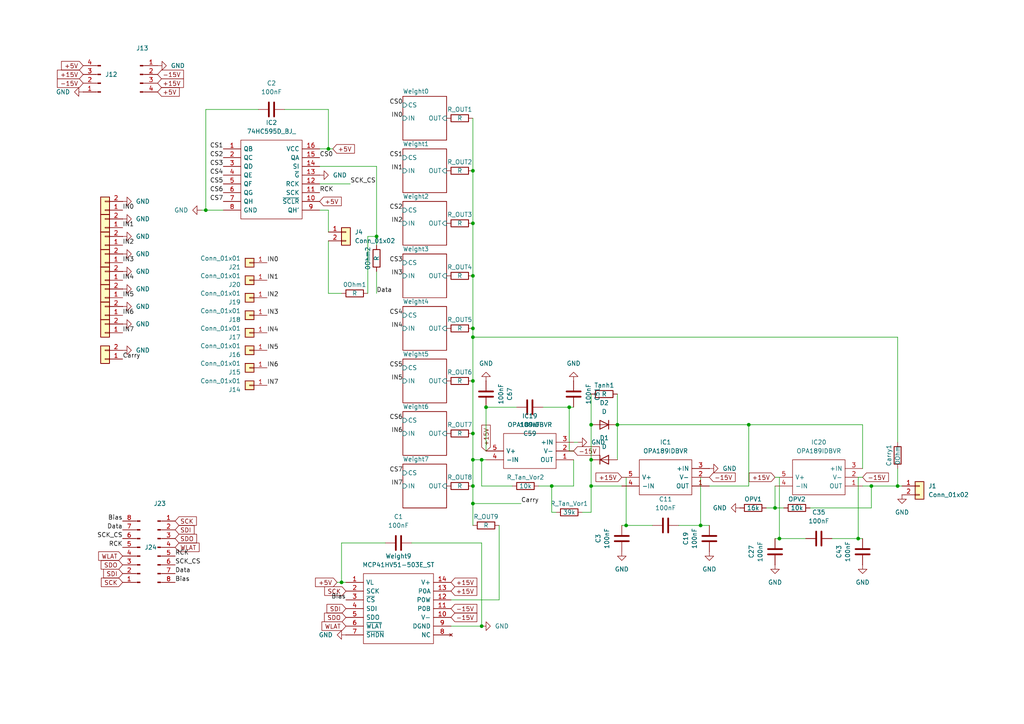
<source format=kicad_sch>
(kicad_sch (version 20231120) (generator "eeschema") (generator_version "8.0")
  (paper "A4")
  (lib_symbols
    (symbol "Connector:Conn_01x04_Pin" (pin_names (offset 1.016) hide)
      (property "Reference" "J" (at 0 5.08 0))
      (property "Value" "Conn_01x04_Pin" (at 0 -7.62 0))
      (symbol "Conn_01x04_Pin_1_1"
        (polyline (pts (xy 1.27 -5.08) (xy 0.8636 -5.08)) (stroke (width 0.1524)))
        (polyline (pts (xy 1.27 -2.54) (xy 0.8636 -2.54)) (stroke (width 0.1524)))
        (polyline (pts (xy 1.27 0) (xy 0.8636 0)) (stroke (width 0.1524)))
        (polyline (pts (xy 1.27 2.54) (xy 0.8636 2.54)) (stroke (width 0.1524)))
        (rectangle (start 0.8636 -4.953) (end 0 -5.207) (stroke (width 0.1524)) (fill (type outline)))
        (rectangle (start 0.8636 -2.413) (end 0 -2.667) (stroke (width 0.1524)) (fill (type outline)))
        (rectangle (start 0.8636 0.127) (end 0 -0.127) (stroke (width 0.1524)) (fill (type outline)))
        (rectangle (start 0.8636 2.667) (end 0 2.413) (stroke (width 0.1524)) (fill (type outline)))
        (pin passive line (at 5.08 2.54 180) (length 3.81) (name "Pin_1") (number "1"))
        (pin passive line (at 5.08 0 180) (length 3.81) (name "Pin_2") (number "2"))
        (pin passive line (at 5.08 -2.54 180) (length 3.81) (name "Pin_3") (number "3"))
        (pin passive line (at 5.08 -5.08 180) (length 3.81) (name "Pin_4") (number "4"))
      )
    )
    (symbol "Connector:Conn_01x08_Pin" (pin_names (offset 1.016) hide)
      (property "Reference" "J" (at 0 10.16 0))
      (property "Value" "Conn_01x08_Pin" (at 0 -12.7 0))
      (symbol "Conn_01x08_Pin_1_1"
        (polyline (pts (xy 1.27 -10.16) (xy 0.8636 -10.16)) (stroke (width 0.1524)))
        (polyline (pts (xy 1.27 -7.62) (xy 0.8636 -7.62)) (stroke (width 0.1524)))
        (polyline (pts (xy 1.27 -5.08) (xy 0.8636 -5.08)) (stroke (width 0.1524)))
        (polyline (pts (xy 1.27 -2.54) (xy 0.8636 -2.54)) (stroke (width 0.1524)))
        (polyline (pts (xy 1.27 0) (xy 0.8636 0)) (stroke (width 0.1524)))
        (polyline (pts (xy 1.27 2.54) (xy 0.8636 2.54)) (stroke (width 0.1524)))
        (polyline (pts (xy 1.27 5.08) (xy 0.8636 5.08)) (stroke (width 0.1524)))
        (polyline (pts (xy 1.27 7.62) (xy 0.8636 7.62)) (stroke (width 0.1524)))
        (rectangle (start 0.8636 -10.033) (end 0 -10.287) (stroke (width 0.1524)) (fill (type outline)))
        (rectangle (start 0.8636 -7.493) (end 0 -7.747) (stroke (width 0.1524)) (fill (type outline)))
        (rectangle (start 0.8636 -4.953) (end 0 -5.207) (stroke (width 0.1524)) (fill (type outline)))
        (rectangle (start 0.8636 -2.413) (end 0 -2.667) (stroke (width 0.1524)) (fill (type outline)))
        (rectangle (start 0.8636 0.127) (end 0 -0.127) (stroke (width 0.1524)) (fill (type outline)))
        (rectangle (start 0.8636 2.667) (end 0 2.413) (stroke (width 0.1524)) (fill (type outline)))
        (rectangle (start 0.8636 5.207) (end 0 4.953) (stroke (width 0.1524)) (fill (type outline)))
        (rectangle (start 0.8636 7.747) (end 0 7.493) (stroke (width 0.1524)) (fill (type outline)))
        (pin passive line (at 5.08 7.62 180) (length 3.81) (name "Pin_1") (number "1"))
        (pin passive line (at 5.08 5.08 180) (length 3.81) (name "Pin_2") (number "2"))
        (pin passive line (at 5.08 2.54 180) (length 3.81) (name "Pin_3") (number "3"))
        (pin passive line (at 5.08 0 180) (length 3.81) (name "Pin_4") (number "4"))
        (pin passive line (at 5.08 -2.54 180) (length 3.81) (name "Pin_5") (number "5"))
        (pin passive line (at 5.08 -5.08 180) (length 3.81) (name "Pin_6") (number "6"))
        (pin passive line (at 5.08 -7.62 180) (length 3.81) (name "Pin_7") (number "7"))
        (pin passive line (at 5.08 -10.16 180) (length 3.81) (name "Pin_8") (number "8"))
      )
    )
    (symbol "Connector_Generic:Conn_01x01" (pin_names (offset 1.016) hide)
      (property "Reference" "J" (at 0 2.54 0))
      (property "Value" "Conn_01x01" (at 0 -2.54 0))
      (symbol "Conn_01x01_1_1"
        (rectangle (start -1.27 0.127) (end 0 -0.127) (stroke (width 0.1524)))
        (rectangle (start -1.27 1.27) (end 1.27 -1.27) (stroke (width 0.254)) (fill (type background)))
        (pin passive line (at -5.08 0 0) (length 3.81) (name "Pin_1") (number "1"))
      )
    )
    (symbol "Connector_Generic:Conn_01x02" (pin_names (offset 1.016) hide)
      (property "Reference" "J" (at 0 2.54 0))
      (property "Value" "Conn_01x02" (at 0 -5.08 0))
      (symbol "Conn_01x02_1_1"
        (rectangle (start -1.27 -2.413) (end 0 -2.667) (stroke (width 0.1524)))
        (rectangle (start -1.27 0.127) (end 0 -0.127) (stroke (width 0.1524)))
        (rectangle (start -1.27 1.27) (end 1.27 -3.81) (stroke (width 0.254)) (fill (type background)))
        (pin passive line (at -5.08 0 0) (length 3.81) (name "Pin_1") (number "1"))
        (pin passive line (at -5.08 -2.54 0) (length 3.81) (name "Pin_2") (number "2"))
      )
    )
    (symbol "Device:C" (pin_numbers hide) (pin_names (offset 0.254))
      (property "Reference" "C" (at 0.635 2.54 0))
      (property "Value" "C" (at 0.635 -2.54 0))
      (symbol "C_0_1"
        (polyline (pts (xy -2.032 -0.762) (xy 2.032 -0.762)) (stroke (width 0.508)))
        (polyline (pts (xy -2.032 0.762) (xy 2.032 0.762)) (stroke (width 0.508)))
      )
      (symbol "C_1_1"
        (pin passive line (at 0 3.81 270) (length 2.794) (name "~") (number "1"))
        (pin passive line (at 0 -3.81 90) (length 2.794) (name "~") (number "2"))
      )
    )
    (symbol "Device:D" (pin_numbers hide) (pin_names (offset 1.016) hide)
      (property "Reference" "D" (at 0 2.54 0))
      (property "Value" "D" (at 0 -2.54 0))
      (symbol "D_0_1"
        (polyline (pts (xy -1.27 1.27) (xy -1.27 -1.27)) (stroke (width 0.254)))
        (polyline (pts (xy 1.27 0) (xy -1.27 0)))
        (polyline (pts (xy 1.27 1.27) (xy 1.27 -1.27) (xy -1.27 0) (xy 1.27 1.27)) (stroke (width 0.254)))
      )
      (symbol "D_1_1"
        (pin passive line (at -3.81 0 0) (length 2.54) (name "K") (number "1"))
        (pin passive line (at 3.81 0 180) (length 2.54) (name "A") (number "2"))
      )
    )
    (symbol "Device:R" (pin_numbers hide) (pin_names (offset 0))
      (property "Reference" "R" (at 2.032 0 90))
      (property "Value" "R" (at 0 0 90))
      (symbol "R_0_1"
        (rectangle (start -1.016 -2.54) (end 1.016 2.54) (stroke (width 0.254)))
      )
      (symbol "R_1_1"
        (pin passive line (at 0 3.81 270) (length 1.27) (name "~") (number "1"))
        (pin passive line (at 0 -3.81 90) (length 1.27) (name "~") (number "2"))
      )
    )
    (symbol "SamacSys_Parts:74HC595D_BJ_" (pin_names (offset 0.762))
      (property "Reference" "IC" (at 24.13 7.62 0))
      (property "Value" "74HC595D_BJ_" (at 24.13 5.08 0))
      (symbol "74HC595D_BJ__0_0"
        (pin passive line (at 0 0 0) (length 5.08) (name "QB") (number "1"))
        (pin passive line (at 27.94 -15.24 180) (length 5.08) (name "~{SCLR}") (number "10"))
        (pin passive line (at 27.94 -12.7 180) (length 5.08) (name "SCK") (number "11"))
        (pin passive line (at 27.94 -10.16 180) (length 5.08) (name "RCK") (number "12"))
        (pin passive line (at 27.94 -7.62 180) (length 5.08) (name "~{G}") (number "13"))
        (pin passive line (at 27.94 -5.08 180) (length 5.08) (name "SI") (number "14"))
        (pin passive line (at 27.94 -2.54 180) (length 5.08) (name "QA") (number "15"))
        (pin passive line (at 27.94 0 180) (length 5.08) (name "VCC") (number "16"))
        (pin passive line (at 0 -2.54 0) (length 5.08) (name "QC") (number "2"))
        (pin passive line (at 0 -5.08 0) (length 5.08) (name "QD") (number "3"))
        (pin passive line (at 0 -7.62 0) (length 5.08) (name "QE") (number "4"))
        (pin passive line (at 0 -10.16 0) (length 5.08) (name "QF") (number "5"))
        (pin passive line (at 0 -12.7 0) (length 5.08) (name "QG") (number "6"))
        (pin passive line (at 0 -15.24 0) (length 5.08) (name "QH") (number "7"))
        (pin passive line (at 0 -17.78 0) (length 5.08) (name "GND") (number "8"))
        (pin passive line (at 27.94 -17.78 180) (length 5.08) (name "QH'") (number "9"))
      )
      (symbol "74HC595D_BJ__0_1"
        (polyline (pts (xy 5.08 2.54) (xy 22.86 2.54) (xy 22.86 -20.32) (xy 5.08 -20.32) (xy 5.08 2.54)) (stroke (width 0.1524)))
      )
    )
    (symbol "SamacSys_Parts:MCP41HV51-503E_ST" (pin_names (offset 0.762))
      (property "Reference" "IC" (at 26.67 7.62 0))
      (property "Value" "MCP41HV51-503E_ST" (at 26.67 5.08 0))
      (symbol "MCP41HV51-503E_ST_0_0"
        (pin passive line (at 0 0 0) (length 5.08) (name "VL") (number "1"))
        (pin passive line (at 30.48 -10.16 180) (length 5.08) (name "V-") (number "10"))
        (pin passive line (at 30.48 -7.62 180) (length 5.08) (name "P0B") (number "11"))
        (pin passive line (at 30.48 -5.08 180) (length 5.08) (name "P0W") (number "12"))
        (pin passive line (at 30.48 -2.54 180) (length 5.08) (name "P0A") (number "13"))
        (pin passive line (at 30.48 0 180) (length 5.08) (name "V+") (number "14"))
        (pin passive line (at 0 -2.54 0) (length 5.08) (name "SCK") (number "2"))
        (pin passive line (at 0 -5.08 0) (length 5.08) (name "~{CS}") (number "3"))
        (pin passive line (at 0 -7.62 0) (length 5.08) (name "SDI") (number "4"))
        (pin passive line (at 0 -10.16 0) (length 5.08) (name "SDO") (number "5"))
        (pin passive line (at 0 -12.7 0) (length 5.08) (name "~{WLAT}") (number "6"))
        (pin passive line (at 0 -15.24 0) (length 5.08) (name "~{SHDN}") (number "7"))
        (pin no_connect line (at 30.48 -15.24 180) (length 5.08) (name "NC") (number "8"))
        (pin passive line (at 30.48 -12.7 180) (length 5.08) (name "DGND") (number "9"))
      )
      (symbol "MCP41HV51-503E_ST_0_1"
        (polyline (pts (xy 5.08 2.54) (xy 25.4 2.54) (xy 25.4 -17.78) (xy 5.08 -17.78) (xy 5.08 2.54)) (stroke (width 0.1524)))
      )
    )
    (symbol "SamacSys_Parts:OPA189IDBVR" (pin_names (offset 0.762))
      (property "Reference" "IC" (at 21.59 7.62 0))
      (property "Value" "OPA189IDBVR" (at 21.59 5.08 0))
      (symbol "OPA189IDBVR_0_0"
        (pin passive line (at 0 0 0) (length 5.08) (name "OUT") (number "1"))
        (pin passive line (at 0 -2.54 0) (length 5.08) (name "V-") (number "2"))
        (pin passive line (at 0 -5.08 0) (length 5.08) (name "+IN") (number "3"))
        (pin passive line (at 25.4 0 180) (length 5.08) (name "-IN") (number "4"))
        (pin passive line (at 25.4 -2.54 180) (length 5.08) (name "V+") (number "5"))
      )
      (symbol "OPA189IDBVR_0_1"
        (polyline (pts (xy 5.08 2.54) (xy 20.32 2.54) (xy 20.32 -7.62) (xy 5.08 -7.62) (xy 5.08 2.54)) (stroke (width 0.1524)))
      )
    )
    (symbol "power:GND" (power) (pin_numbers hide) (pin_names (offset 0) hide)
      (property "Value" "GND" (at 0 -3.81 0))
      (symbol "GND_0_1"
        (polyline (pts (xy 0 0) (xy 0 -1.27) (xy 1.27 -1.27) (xy 0 -2.54) (xy -1.27 -1.27) (xy 0 -1.27)))
      )
      (symbol "GND_1_1"
        (pin power_in line (at 0 0 270) (length 0) (name "~") (number "1"))
      )
    )
  )
  (junction (at 137.16 125.73))
  (junction (at 137.16 49.53))
  (junction (at 179.07 123.19))
  (junction (at 160.02 140.97))
  (junction (at 137.16 146.05))
  (junction (at 252.73 140.97))
  (junction (at 203.2 152.4))
  (junction (at 137.16 110.49))
  (junction (at 248.92 156.21))
  (junction (at 139.7 181.61))
  (junction (at 140.97 118.11))
  (junction (at 137.16 64.77))
  (junction (at 224.79 147.32))
  (junction (at 137.16 97.79))
  (junction (at 137.16 140.97))
  (junction (at 109.22 68.58))
  (junction (at 137.16 95.25))
  (junction (at 181.61 152.4))
  (junction (at 171.45 140.97))
  (junction (at 139.7 133.35))
  (junction (at 137.16 80.01))
  (junction (at 217.17 123.19))
  (junction (at 59.69 60.96))
  (junction (at 137.16 133.35))
  (junction (at 226.06 156.21))
  (junction (at 171.45 123.19))
  (junction (at 260.35 140.97))
  (junction (at 165.1 118.11))
  (junction (at 99.06 168.91))
  (junction (at 95.25 43.18))
  (junction (at 171.45 133.35))
  (wire (pts (xy 226.06 156.21) (xy 224.79 156.21)))
  (wire (pts (xy 171.45 133.35) (xy 171.45 123.19)))
  (wire (pts (xy 250.19 135.89) (xy 250.19 123.19)))
  (wire (pts (xy 165.1 118.11) (xy 166.37 118.11)))
  (wire (pts (xy 241.3 156.21) (xy 248.92 156.21)))
  (wire (pts (xy 160.02 140.97) (xy 166.37 140.97)))
  (wire (pts (xy 82.55 31.75) (xy 95.25 31.75)))
  (wire (pts (xy 109.22 78.74) (xy 109.22 85.09)))
  (wire (pts (xy 96.52 43.18) (xy 95.25 43.18)))
  (wire (pts (xy 137.16 34.29) (xy 137.16 49.53)))
  (wire (pts (xy 234.95 147.32) (xy 252.73 147.32)))
  (wire (pts (xy 144.78 173.99) (xy 144.78 152.4)))
  (wire (pts (xy 137.16 97.79) (xy 137.16 110.49)))
  (wire (pts (xy 260.35 128.27) (xy 260.35 97.79)))
  (wire (pts (xy 109.22 71.12) (xy 109.22 68.58)))
  (wire (pts (xy 139.7 133.35) (xy 140.97 133.35)))
  (wire (pts (xy 137.16 80.01) (xy 137.16 95.25)))
  (wire (pts (xy 252.73 140.97) (xy 260.35 140.97)))
  (wire (pts (xy 139.7 157.48) (xy 119.38 157.48)))
  (wire (pts (xy 137.16 146.05) (xy 137.16 152.4)))
  (wire (pts (xy 95.25 60.96) (xy 95.25 67.31)))
  (wire (pts (xy 196.85 152.4) (xy 203.2 152.4)))
  (wire (pts (xy 111.76 157.48) (xy 99.06 157.48)))
  (wire (pts (xy 95.25 31.75) (xy 95.25 43.18)))
  (wire (pts (xy 222.25 147.32) (xy 224.79 147.32)))
  (wire (pts (xy 137.16 125.73) (xy 137.16 133.35)))
  (wire (pts (xy 166.37 133.35) (xy 166.37 140.97)))
  (wire (pts (xy 137.16 133.35) (xy 139.7 133.35)))
  (wire (pts (xy 74.93 31.75) (xy 59.69 31.75)))
  (wire (pts (xy 137.16 140.97) (xy 137.16 146.05)))
  (wire (pts (xy 106.68 85.09) (xy 106.68 68.58)))
  (wire (pts (xy 217.17 140.97) (xy 205.74 140.97)))
  (wire (pts (xy 99.06 85.09) (xy 95.25 85.09)))
  (wire (pts (xy 137.16 97.79) (xy 260.35 97.79)))
  (wire (pts (xy 160.02 148.59) (xy 161.29 148.59)))
  (wire (pts (xy 250.19 140.97) (xy 252.73 140.97)))
  (wire (pts (xy 250.19 123.19) (xy 217.17 123.19)))
  (wire (pts (xy 224.79 138.43) (xy 226.06 138.43)))
  (wire (pts (xy 149.86 118.11) (xy 140.97 118.11)))
  (wire (pts (xy 95.25 43.18) (xy 92.71 43.18)))
  (wire (pts (xy 59.69 31.75) (xy 59.69 60.96)))
  (wire (pts (xy 109.22 68.58) (xy 109.22 48.26)))
  (wire (pts (xy 139.7 140.97) (xy 139.7 133.35)))
  (wire (pts (xy 203.2 152.4) (xy 205.74 152.4)))
  (wire (pts (xy 180.34 138.43) (xy 181.61 138.43)))
  (wire (pts (xy 156.21 140.97) (xy 160.02 140.97)))
  (wire (pts (xy 171.45 140.97) (xy 171.45 133.35)))
  (wire (pts (xy 92.71 60.96) (xy 95.25 60.96)))
  (wire (pts (xy 260.35 135.89) (xy 260.35 140.97)))
  (wire (pts (xy 179.07 123.19) (xy 179.07 133.35)))
  (wire (pts (xy 260.35 140.97) (xy 261.62 140.97)))
  (wire (pts (xy 248.92 156.21) (xy 250.19 156.21)))
  (wire (pts (xy 224.79 147.32) (xy 227.33 147.32)))
  (wire (pts (xy 95.25 85.09) (xy 95.25 69.85)))
  (wire (pts (xy 179.07 123.19) (xy 217.17 123.19)))
  (wire (pts (xy 99.06 168.91) (xy 100.33 168.91)))
  (wire (pts (xy 106.68 68.58) (xy 109.22 68.58)))
  (wire (pts (xy 99.06 157.48) (xy 99.06 168.91)))
  (wire (pts (xy 248.92 138.43) (xy 248.92 156.21)))
  (wire (pts (xy 179.07 114.3) (xy 179.07 123.19)))
  (wire (pts (xy 157.48 118.11) (xy 165.1 118.11)))
  (wire (pts (xy 181.61 152.4) (xy 189.23 152.4)))
  (wire (pts (xy 203.2 138.43) (xy 205.74 138.43)))
  (wire (pts (xy 180.34 152.4) (xy 181.61 152.4)))
  (wire (pts (xy 171.45 140.97) (xy 180.34 140.97)))
  (wire (pts (xy 252.73 147.32) (xy 252.73 140.97)))
  (wire (pts (xy 165.1 118.11) (xy 165.1 130.81)))
  (wire (pts (xy 59.69 60.96) (xy 64.77 60.96)))
  (wire (pts (xy 130.81 181.61) (xy 139.7 181.61)))
  (wire (pts (xy 217.17 123.19) (xy 217.17 140.97)))
  (wire (pts (xy 171.45 123.19) (xy 171.45 114.3)))
  (wire (pts (xy 92.71 53.34) (xy 101.6 53.34)))
  (wire (pts (xy 97.79 168.91) (xy 99.06 168.91)))
  (wire (pts (xy 109.22 48.26) (xy 92.71 48.26)))
  (wire (pts (xy 203.2 152.4) (xy 203.2 138.43)))
  (wire (pts (xy 139.7 181.61) (xy 139.7 157.48)))
  (wire (pts (xy 167.64 128.27) (xy 166.37 128.27)))
  (wire (pts (xy 137.16 95.25) (xy 137.16 97.79)))
  (wire (pts (xy 226.06 138.43) (xy 226.06 156.21)))
  (wire (pts (xy 130.81 173.99) (xy 144.78 173.99)))
  (wire (pts (xy 137.16 110.49) (xy 137.16 125.73)))
  (wire (pts (xy 250.19 138.43) (xy 248.92 138.43)))
  (wire (pts (xy 171.45 148.59) (xy 171.45 140.97)))
  (wire (pts (xy 168.91 148.59) (xy 171.45 148.59)))
  (wire (pts (xy 148.59 140.97) (xy 139.7 140.97)))
  (wire (pts (xy 160.02 148.59) (xy 160.02 140.97)))
  (wire (pts (xy 181.61 138.43) (xy 181.61 152.4)))
  (wire (pts (xy 137.16 133.35) (xy 137.16 140.97)))
  (wire (pts (xy 165.1 130.81) (xy 166.37 130.81)))
  (wire (pts (xy 140.97 118.11) (xy 140.97 130.81)))
  (wire (pts (xy 137.16 64.77) (xy 137.16 80.01)))
  (wire (pts (xy 137.16 49.53) (xy 137.16 64.77)))
  (wire (pts (xy 224.79 140.97) (xy 224.79 147.32)))
  (wire (pts (xy 137.16 146.05) (xy 151.13 146.05)))
  (wire (pts (xy 58.42 60.96) (xy 59.69 60.96)))
  (wire (pts (xy 233.68 156.21) (xy 226.06 156.21)))
  (label "IN0" (at 35.56 60.96 0))
  (label "IN3" (at 77.47 91.44 0))
  (label "CS1" (at 64.77 43.18 180))
  (label "IN2" (at 116.84 64.77 180))
  (label "CS4" (at 64.77 50.8 180))
  (label "IN2" (at 77.47 86.36 0))
  (label "CS3" (at 116.84 76.2 180))
  (label "SCK_CS" (at 101.6 53.34 0))
  (label "IN3" (at 35.56 76.2 0))
  (label "IN1" (at 35.56 66.04 0))
  (label "CS7" (at 116.84 137.16 180))
  (label "IN2" (at 35.56 71.12 0))
  (label "IN7" (at 77.47 111.76 0))
  (label "SCK_CS" (at 50.8 163.83 0))
  (label "CS2" (at 116.84 60.96 180))
  (label "IN1" (at 116.84 49.53 180))
  (label "IN6" (at 116.84 125.73 180))
  (label "IN4" (at 116.84 95.25 180))
  (label "Carry" (at 35.56 104.14 0))
  (label "RCK" (at 92.71 55.88 0))
  (label "CS2" (at 64.77 45.72 180))
  (label "CS6" (at 64.77 55.88 180))
  (label "IN7" (at 116.84 140.97 180))
  (label "CS5" (at 64.77 53.34 180))
  (label "IN7" (at 35.56 96.52 0))
  (label "IN5" (at 116.84 110.49 180))
  (label "IN4" (at 77.47 96.52 0))
  (label "IN5" (at 77.47 101.6 0))
  (label "Bias" (at 100.33 173.99 180))
  (label "CS6" (at 116.84 121.92 180))
  (label "CS5" (at 116.84 106.68 180))
  (label "CS7" (at 64.77 58.42 180))
  (label "RCK" (at 35.56 158.75 180))
  (label "IN6" (at 77.47 106.68 0))
  (label "Data" (at 109.22 85.09 0))
  (label "Data" (at 35.56 153.67 180))
  (label "CS0" (at 116.84 30.48 180))
  (label "IN0" (at 116.84 34.29 180))
  (label "Data" (at 50.8 166.37 0))
  (label "IN3" (at 116.84 80.01 180))
  (label "Bias" (at 50.8 168.91 0))
  (label "RCK" (at 50.8 161.29 0))
  (label "SCK_CS" (at 35.56 156.21 180))
  (label "CS3" (at 64.77 48.26 180))
  (label "IN1" (at 77.47 81.28 0))
  (label "CS1" (at 116.84 45.72 180))
  (label "CS4" (at 116.84 91.44 180))
  (label "IN5" (at 35.56 86.36 0))
  (label "Carry" (at 151.13 146.05 0))
  (label "IN0" (at 77.47 76.2 0))
  (label "IN4" (at 35.56 81.28 0))
  (label "IN6" (at 35.56 91.44 0))
  (label "Bias" (at 35.56 151.13 180))
  (label "CS0" (at 92.71 45.72 0))
  (global_label "SCK" (shape input) (at 50.8 151.13 0) (property "Intersheetrefs" "${INTERSHEET_REFS}" (effects (hide yes))))
  (global_label "-15V" (shape input) (at 45.72 21.59 0) (property "Intersheetrefs" "${INTERSHEET_REFS}" (effects (hide yes))))
  (global_label "SDI" (shape input) (at 50.8 153.67 0) (property "Intersheetrefs" "${INTERSHEET_REFS}" (effects (hide yes))))
  (global_label "WLAT" (shape input) (at 100.33 181.61 180) (property "Intersheetrefs" "${INTERSHEET_REFS}" (effects (hide yes))))
  (global_label "-15V" (shape input) (at 250.19 138.43 0) (property "Intersheetrefs" "${INTERSHEET_REFS}" (effects (hide yes))))
  (global_label "SDO" (shape input) (at 35.56 163.83 180) (property "Intersheetrefs" "${INTERSHEET_REFS}" (effects (hide yes))))
  (global_label "WLAT" (shape input) (at 35.56 161.29 180) (property "Intersheetrefs" "${INTERSHEET_REFS}" (effects (hide yes))))
  (global_label "+15V" (shape input) (at 140.97 130.81 90) (property "Intersheetrefs" "${INTERSHEET_REFS}" (effects (hide yes))))
  (global_label "+15V" (shape input) (at 24.13 21.59 180) (property "Intersheetrefs" "${INTERSHEET_REFS}" (effects (hide yes))))
  (global_label "-15V" (shape input) (at 205.74 138.43 0) (property "Intersheetrefs" "${INTERSHEET_REFS}" (effects (hide yes))))
  (global_label "+15V" (shape input) (at 180.34 138.43 180) (property "Intersheetrefs" "${INTERSHEET_REFS}" (effects (hide yes))))
  (global_label "+5V" (shape input) (at 24.13 19.05 180) (property "Intersheetrefs" "${INTERSHEET_REFS}" (effects (hide yes))))
  (global_label "+5V" (shape input) (at 45.72 26.67 0) (property "Intersheetrefs" "${INTERSHEET_REFS}" (effects (hide yes))))
  (global_label "-15V" (shape input) (at 130.81 179.07 0) (property "Intersheetrefs" "${INTERSHEET_REFS}" (effects (hide yes))))
  (global_label "+15V" (shape input) (at 130.81 168.91 0) (property "Intersheetrefs" "${INTERSHEET_REFS}" (effects (hide yes))))
  (global_label "+15V" (shape input) (at 130.81 171.45 0) (property "Intersheetrefs" "${INTERSHEET_REFS}" (effects (hide yes))))
  (global_label "+15V" (shape input) (at 45.72 24.13 0) (property "Intersheetrefs" "${INTERSHEET_REFS}" (effects (hide yes))))
  (global_label "SCK" (shape input) (at 100.33 171.45 180) (property "Intersheetrefs" "${INTERSHEET_REFS}" (effects (hide yes))))
  (global_label "+5V" (shape input) (at 96.52 43.18 0) (property "Intersheetrefs" "${INTERSHEET_REFS}" (effects (hide yes))))
  (global_label "-15V" (shape input) (at 130.81 176.53 0) (property "Intersheetrefs" "${INTERSHEET_REFS}" (effects (hide yes))))
  (global_label "SDO" (shape input) (at 50.8 156.21 0) (property "Intersheetrefs" "${INTERSHEET_REFS}" (effects (hide yes))))
  (global_label "SCK" (shape input) (at 35.56 168.91 180) (property "Intersheetrefs" "${INTERSHEET_REFS}" (effects (hide yes))))
  (global_label "SDO" (shape input) (at 100.33 179.07 180) (property "Intersheetrefs" "${INTERSHEET_REFS}" (effects (hide yes))))
  (global_label "+5V" (shape input) (at 97.79 168.91 180) (property "Intersheetrefs" "${INTERSHEET_REFS}" (effects (hide yes))))
  (global_label "+15V" (shape input) (at 224.79 138.43 180) (property "Intersheetrefs" "${INTERSHEET_REFS}" (effects (hide yes))))
  (global_label "SDI" (shape input) (at 100.33 176.53 180) (property "Intersheetrefs" "${INTERSHEET_REFS}" (effects (hide yes))))
  (global_label "-15V" (shape input) (at 166.37 130.81 0) (property "Intersheetrefs" "${INTERSHEET_REFS}" (effects (hide yes))))
  (global_label "SDI" (shape input) (at 35.56 166.37 180) (property "Intersheetrefs" "${INTERSHEET_REFS}" (effects (hide yes))))
  (global_label "WLAT" (shape input) (at 50.8 158.75 0) (property "Intersheetrefs" "${INTERSHEET_REFS}" (effects (hide yes))))
  (global_label "-15V" (shape input) (at 24.13 24.13 180) (property "Intersheetrefs" "${INTERSHEET_REFS}" (effects (hide yes))))
  (global_label "+5V" (shape input) (at 92.71 58.42 0) (property "Intersheetrefs" "${INTERSHEET_REFS}" (effects (hide yes))))
  (symbol (lib_id "Device:R") (at 140.97 152.4 270) (unit 1)
    (property "Reference" "R_OUT9" (at 140.97 149.86 90))
    (property "Value" "R" (at 140.97 152.4 90))
    (property "Footprint" "Resistor_SMD:R_0805_2012Metric" (effects (hide yes)))
    (property "Description" "Resistor" (effects (hide yes)))
  )
  (symbol (lib_id "Device:R") (at 133.35 125.73 270) (unit 1)
    (property "Reference" "R_OUT7" (at 133.35 123.19 90))
    (property "Value" "R" (at 133.35 125.73 90))
    (property "Footprint" "Resistor_SMD:R_0805_2012Metric" (effects (hide yes)))
    (property "Description" "Resistor" (effects (hide yes)))
  )
  (symbol (lib_id "Connector_Generic:Conn_01x02") (at 30.48 60.96 180) (unit 1)
    (property "Reference" "J2" (effects (hide yes)))
    (property "Value" "Conn_01x02" (effects (hide yes)))
    (property "Footprint" "Connector_JST:JST_PH_S2B-PH-K_1x02_P2.00mm_Horizontal" (effects (hide yes)))
    (property "Description" "Generic connector, single row, 01x02, script generated (kicad-library-utils/schlib/autogen/connector/)" (effects (hide yes)))
  )
  (symbol (lib_id "power:GND") (at 100.33 184.15 270) (unit 1)
    (property "Reference" "#PWR01" (effects (hide yes)))
    (property "Value" "GND" (at 96.52 184.1499 90) (effects (justify right)))
    (property "Description" "Power symbol creates a global label with name \"GND\" , ground" (effects (hide yes)))
  )
  (symbol (lib_id "Device:R") (at 260.35 132.08 0) (unit 1)
    (property "Reference" "Carry1" (at 257.81 132.08 90))
    (property "Value" "0Ohm" (at 260.35 132.08 90))
    (property "Footprint" "Resistor_SMD:R_0805_2012Metric" (effects (hide yes)))
    (property "Description" "Resistor" (effects (hide yes)))
  )
  (symbol (lib_id "Connector_Generic:Conn_01x01") (at 72.39 111.76 180) (unit 1)
    (property "Reference" "J14" (at 69.85 113.0301 0) (effects (justify left)))
    (property "Value" "Conn_01x01" (at 69.85 110.4901 0) (effects (justify left)))
    (property "Footprint" "Connector_PinHeader_2.54mm:PinHeader_1x01_P2.54mm_Vertical" (effects (hide yes)))
    (property "Description" "Generic connector, single row, 01x01, script generated (kicad-library-utils/schlib/autogen/connector/)" (effects (hide yes)))
  )
  (symbol (lib_id "Device:R") (at 152.4 140.97 270) (unit 1)
    (property "Reference" "R_Tan_Vor2" (at 152.4 138.43 90))
    (property "Value" "10k" (at 152.4 140.97 90))
    (property "Footprint" "Resistor_SMD:R_0805_2012Metric" (effects (hide yes)))
    (property "Description" "Resistor" (effects (hide yes)))
  )
  (symbol (lib_id "power:GND") (at 92.71 50.8 90) (unit 1)
    (property "Reference" "#PWR05" (effects (hide yes)))
    (property "Value" "GND" (at 96.52 50.7999 90) (effects (justify right)))
    (property "Description" "Power symbol creates a global label with name \"GND\" , ground" (effects (hide yes)))
  )
  (symbol (lib_id "Device:R") (at 175.26 114.3 270) (unit 1)
    (property "Reference" "Tanh1" (at 175.26 111.76 90))
    (property "Value" "R" (at 175.26 114.3 90))
    (property "Footprint" "Resistor_SMD:R_0805_2012Metric" (effects (hide yes)))
    (property "Description" "Resistor" (effects (hide yes)))
  )
  (symbol (lib_id "Connector_Generic:Conn_01x01") (at 72.39 106.68 180) (unit 1)
    (property "Reference" "J15" (at 69.85 107.9501 0) (effects (justify left)))
    (property "Value" "Conn_01x01" (at 69.85 105.4101 0) (effects (justify left)))
    (property "Footprint" "Connector_PinHeader_2.54mm:PinHeader_1x01_P2.54mm_Vertical" (effects (hide yes)))
    (property "Description" "Generic connector, single row, 01x01, script generated (kicad-library-utils/schlib/autogen/connector/)" (effects (hide yes)))
  )
  (symbol (lib_id "Device:C") (at 115.57 157.48 90) (unit 1)
    (property "Reference" "C1" (at 115.57 149.86 90))
    (property "Value" "100nF" (at 115.57 152.4 90))
    (property "Footprint" "Capacitor_SMD:C_0805_2012Metric" (effects (hide yes)))
    (property "Description" "Unpolarized capacitor" (effects (hide yes)))
  )
  (symbol (lib_id "Device:R") (at 133.35 110.49 270) (unit 1)
    (property "Reference" "R_OUT6" (at 133.35 107.95 90))
    (property "Value" "R" (at 133.35 110.49 90))
    (property "Footprint" "Resistor_SMD:R_0805_2012Metric" (effects (hide yes)))
    (property "Description" "Resistor" (effects (hide yes)))
  )
  (symbol (lib_id "Connector:Conn_01x08_Pin") (at 45.72 158.75 0) (unit 1)
    (property "Reference" "J23" (at 46.355 146.05 0))
    (property "Value" "Conn_01x08_Pin" (effects (hide yes)))
    (property "Footprint" "Connector_JST:JST_PH_S8B-PH-K_1x08_P2.00mm_Horizontal" (effects (hide yes)))
    (property "Description" "Generic connector, single row, 01x08, script generated" (effects (hide yes)))
  )
  (symbol (lib_id "Device:R") (at 133.35 49.53 270) (unit 1)
    (property "Reference" "R_OUT2" (at 133.35 46.99 90))
    (property "Value" "R" (at 133.35 49.53 90))
    (property "Footprint" "Resistor_SMD:R_0805_2012Metric" (effects (hide yes)))
    (property "Description" "Resistor" (effects (hide yes)))
  )
  (symbol (lib_id "power:GND") (at 139.7 181.61 90) (unit 1)
    (property "Reference" "#PWR04" (effects (hide yes)))
    (property "Value" "GND" (at 143.51 181.6099 90) (effects (justify right)))
    (property "Description" "Power symbol creates a global label with name \"GND\" , ground" (effects (hide yes)))
  )
  (symbol (lib_id "Connector_Generic:Conn_01x01") (at 72.39 91.44 180) (unit 1)
    (property "Reference" "J18" (at 69.85 92.7101 0) (effects (justify left)))
    (property "Value" "Conn_01x01" (at 69.85 90.1701 0) (effects (justify left)))
    (property "Footprint" "Connector_PinHeader_2.54mm:PinHeader_1x01_P2.54mm_Vertical" (effects (hide yes)))
    (property "Description" "Generic connector, single row, 01x01, script generated (kicad-library-utils/schlib/autogen/connector/)" (effects (hide yes)))
  )
  (symbol (lib_id "SamacSys_Parts:OPA189IDBVR") (at 250.19 140.97 180) (unit 1)
    (property "Reference" "IC20" (at 237.49 128.27 0))
    (property "Value" "OPA189IDBVR" (at 237.49 130.81 0))
    (property "Footprint" "SamacSys_Parts:SOT95P280X145-5N" (effects (hide yes)))
    (property "Datasheet" "http://www.ti.com/lit/gpn/OPA189" (effects (hide yes)))
    (property "Description" "14MHz, MUX-friendly, low-noise, zero-drift, RRO, CMOS precision operational amplifier" (effects (hide yes)))
    (property "Description_1" "14MHz, MUX-friendly, low-noise, zero-drift, RRO, CMOS precision operational amplifier" (effects (hide yes)))
    (property "Height" "1.45" (effects (hide yes)))
    (property "Mouser Part Number" "595-OPA189IDBVR" (effects (hide yes)))
    (property "Mouser Price/Stock" "https://www.mouser.co.uk/ProductDetail/Texas-Instruments/OPA189IDBVR?qs=PzGy0jfpSMsrGOo5jUjslg%3D%3D" (effects (hide yes)))
    (property "Manufacturer_Name" "Texas Instruments" (effects (hide yes)))
    (property "Manufacturer_Part_Number" "OPA189IDBVR" (effects (hide yes)))
  )
  (symbol (lib_id "Device:C") (at 205.74 156.21 180) (unit 1)
    (property "Reference" "C19" (at 198.882 156.21 90))
    (property "Value" "100nF" (at 201.422 156.21 90))
    (property "Footprint" "Capacitor_SMD:C_0805_2012Metric" (effects (hide yes)))
    (property "Description" "Unpolarized capacitor" (effects (hide yes)))
  )
  (symbol (lib_id "power:GND") (at 205.74 160.02 0) (unit 1)
    (property "Reference" "#PWR084" (effects (hide yes)))
    (property "Value" "GND" (at 205.74 165.1 0))
    (property "Description" "Power symbol creates a global label with name \"GND\" , ground" (effects (hide yes)))
  )
  (symbol (lib_id "Device:D") (at 175.26 133.35 0) (unit 1)
    (property "Reference" "D1" (at 175.26 127 0))
    (property "Value" "D" (at 175.26 129.54 0))
    (property "Footprint" "Diode_SMD:D_0805_2012Metric" (effects (hide yes)))
    (property "Description" "Diode" (effects (hide yes)))
    (property "Sim.Device" "D" (effects (hide yes)))
    (property "Sim.Pins" "1=K 2=A" (effects (hide yes)))
  )
  (symbol (lib_id "Device:C") (at 140.97 114.3 0) (unit 1)
    (property "Reference" "C67" (at 147.828 114.3 90))
    (property "Value" "100nF" (at 145.288 114.3 90))
    (property "Footprint" "Capacitor_SMD:C_0805_2012Metric" (effects (hide yes)))
    (property "Description" "Unpolarized capacitor" (effects (hide yes)))
  )
  (symbol (lib_id "Device:R") (at 218.44 147.32 270) (unit 1)
    (property "Reference" "OPV1" (at 218.44 144.78 90))
    (property "Value" "16k" (at 218.44 147.32 90))
    (property "Footprint" "Resistor_SMD:R_0805_2012Metric" (effects (hide yes)))
    (property "Description" "Resistor" (effects (hide yes)))
  )
  (symbol (lib_id "Device:C") (at 166.37 114.3 0) (unit 1)
    (property "Reference" "C51" (at 173.228 114.3 90))
    (property "Value" "100nF" (at 170.688 114.3 90))
    (property "Footprint" "Capacitor_SMD:C_0805_2012Metric" (effects (hide yes)))
    (property "Description" "Unpolarized capacitor" (effects (hide yes)))
  )
  (symbol (lib_id "Connector_Generic:Conn_01x02") (at 30.48 71.12 180) (unit 1)
    (property "Reference" "J6" (effects (hide yes)))
    (property "Value" "Conn_01x02" (effects (hide yes)))
    (property "Footprint" "Connector_JST:JST_PH_S2B-PH-K_1x02_P2.00mm_Horizontal" (effects (hide yes)))
    (property "Description" "Generic connector, single row, 01x02, script generated (kicad-library-utils/schlib/autogen/connector/)" (effects (hide yes)))
  )
  (symbol (lib_id "Connector_Generic:Conn_01x02") (at 30.48 104.14 180) (unit 1)
    (property "Reference" "J5" (effects (hide yes)))
    (property "Value" "Conn_01x02" (effects (hide yes)))
    (property "Footprint" "Connector_JST:JST_PH_S2B-PH-K_1x02_P2.00mm_Horizontal" (effects (hide yes)))
    (property "Description" "Generic connector, single row, 01x02, script generated (kicad-library-utils/schlib/autogen/connector/)" (effects (hide yes)))
  )
  (symbol (lib_id "Connector_Generic:Conn_01x02") (at 30.48 96.52 180) (unit 1)
    (property "Reference" "J11" (effects (hide yes)))
    (property "Value" "Conn_01x02" (effects (hide yes)))
    (property "Footprint" "Connector_JST:JST_PH_S2B-PH-K_1x02_P2.00mm_Horizontal" (effects (hide yes)))
    (property "Description" "Generic connector, single row, 01x02, script generated (kicad-library-utils/schlib/autogen/connector/)" (effects (hide yes)))
  )
  (symbol (lib_id "power:GND") (at 261.62 143.51 0) (unit 1)
    (property "Reference" "#PWR043" (effects (hide yes)))
    (property "Value" "GND" (at 261.62 148.59 0))
    (property "Description" "Power symbol creates a global label with name \"GND\" , ground" (effects (hide yes)))
  )
  (symbol (lib_id "Device:R") (at 133.35 80.01 270) (unit 1)
    (property "Reference" "R_OUT4" (at 133.35 77.47 90))
    (property "Value" "R" (at 133.35 80.01 90))
    (property "Footprint" "Resistor_SMD:R_0805_2012Metric" (effects (hide yes)))
    (property "Description" "Resistor" (effects (hide yes)))
  )
  (symbol (lib_id "power:GND") (at 35.56 93.98 90) (unit 1)
    (property "Reference" "#PWR079" (effects (hide yes)))
    (property "Value" "GND" (at 39.37 93.9799 90) (effects (justify right)))
    (property "Description" "Power symbol creates a global label with name \"GND\" , ground" (effects (hide yes)))
  )
  (symbol (lib_id "power:GND") (at 180.34 160.02 0) (unit 1)
    (property "Reference" "#PWR083" (effects (hide yes)))
    (property "Value" "GND" (at 180.34 165.1 0))
    (property "Description" "Power symbol creates a global label with name \"GND\" , ground" (effects (hide yes)))
  )
  (symbol (lib_id "power:GND") (at 205.74 135.89 90) (unit 1)
    (property "Reference" "#PWR042" (effects (hide yes)))
    (property "Value" "GND" (at 209.55 135.8899 90) (effects (justify right)))
    (property "Description" "Power symbol creates a global label with name \"GND\" , ground" (effects (hide yes)))
  )
  (symbol (lib_id "Device:C") (at 224.79 160.02 180) (unit 1)
    (property "Reference" "C27" (at 217.932 160.02 90))
    (property "Value" "100nF" (at 220.472 160.02 90))
    (property "Footprint" "Capacitor_SMD:C_0805_2012Metric" (effects (hide yes)))
    (property "Description" "Unpolarized capacitor" (effects (hide yes)))
  )
  (symbol (lib_id "SamacSys_Parts:MCP41HV51-503E_ST") (at 100.33 168.91 0) (unit 1)
    (property "Reference" "Weight9" (at 115.57 161.29 0))
    (property "Value" "MCP41HV51-503E_ST" (at 115.57 163.83 0))
    (property "Footprint" "SamacSys_Parts:SOP65P640X120-14N" (effects (hide yes)))
    (property "Datasheet" "http://ww1.microchip.com/downloads/en/devicedoc/20005207b.pdf" (effects (hide yes)))
    (property "Description" "MCP41HV51-503E/ST, Digital Potentiometer 50k 256-Position Serial-SPI 14-Pin TSSOP" (effects (hide yes)))
    (property "Description_1" "MCP41HV51-503E/ST, Digital Potentiometer 50k 256-Position Serial-SPI 14-Pin TSSOP" (effects (hide yes)))
    (property "Height" "1.2" (effects (hide yes)))
    (property "Mouser Part Number" "579-MCP41HV51-503EST" (effects (hide yes)))
    (property "Mouser Price/Stock" "https://www.mouser.co.uk/ProductDetail/Microchip-Technology/MCP41HV51-503E-ST?qs=zOnbk8%2FsRx4ZUpOx9fi55g%3D%3D" (effects (hide yes)))
    (property "Manufacturer_Name" "Microchip" (effects (hide yes)))
    (property "Manufacturer_Part_Number" "MCP41HV51-503E/ST" (effects (hide yes)))
  )
  (symbol (lib_id "Connector_Generic:Conn_01x02") (at 30.48 91.44 180) (unit 1)
    (property "Reference" "J10" (effects (hide yes)))
    (property "Value" "Conn_01x02" (effects (hide yes)))
    (property "Footprint" "Connector_JST:JST_PH_S2B-PH-K_1x02_P2.00mm_Horizontal" (effects (hide yes)))
    (property "Description" "Generic connector, single row, 01x02, script generated (kicad-library-utils/schlib/autogen/connector/)" (effects (hide yes)))
  )
  (symbol (lib_id "SamacSys_Parts:OPA189IDBVR") (at 205.74 140.97 180) (unit 1)
    (property "Reference" "IC1" (at 193.04 128.27 0))
    (property "Value" "OPA189IDBVR" (at 193.04 130.81 0))
    (property "Footprint" "SamacSys_Parts:SOT95P280X145-5N" (effects (hide yes)))
    (property "Datasheet" "http://www.ti.com/lit/gpn/OPA189" (effects (hide yes)))
    (property "Description" "14MHz, MUX-friendly, low-noise, zero-drift, RRO, CMOS precision operational amplifier" (effects (hide yes)))
    (property "Description_1" "14MHz, MUX-friendly, low-noise, zero-drift, RRO, CMOS precision operational amplifier" (effects (hide yes)))
    (property "Height" "1.45" (effects (hide yes)))
    (property "Mouser Part Number" "595-OPA189IDBVR" (effects (hide yes)))
    (property "Mouser Price/Stock" "https://www.mouser.co.uk/ProductDetail/Texas-Instruments/OPA189IDBVR?qs=PzGy0jfpSMsrGOo5jUjslg%3D%3D" (effects (hide yes)))
    (property "Manufacturer_Name" "Texas Instruments" (effects (hide yes)))
    (property "Manufacturer_Part_Number" "OPA189IDBVR" (effects (hide yes)))
  )
  (symbol (lib_id "power:GND") (at 35.56 78.74 90) (unit 1)
    (property "Reference" "#PWR069" (effects (hide yes)))
    (property "Value" "GND" (at 39.37 78.7399 90) (effects (justify right)))
    (property "Description" "Power symbol creates a global label with name \"GND\" , ground" (effects (hide yes)))
  )
  (symbol (lib_id "power:GND") (at 167.64 128.27 90) (unit 1)
    (property "Reference" "#PWR03" (effects (hide yes)))
    (property "Value" "GND" (at 171.45 128.2699 90) (effects (justify right)))
    (property "Description" "Power symbol creates a global label with name \"GND\" , ground" (effects (hide yes)))
  )
  (symbol (lib_id "Device:R") (at 109.22 74.93 0) (unit 1)
    (property "Reference" "0Ohm2" (at 106.68 74.93 90))
    (property "Value" "R" (at 109.22 74.93 90))
    (property "Footprint" "Resistor_SMD:R_0805_2012Metric" (effects (hide yes)))
    (property "Description" "Resistor" (effects (hide yes)))
  )
  (symbol (lib_id "Device:D") (at 175.26 123.19 180) (unit 1)
    (property "Reference" "D2" (at 175.26 116.84 0))
    (property "Value" "D" (at 175.26 119.38 0))
    (property "Footprint" "Diode_SMD:D_0805_2012Metric" (effects (hide yes)))
    (property "Description" "Diode" (effects (hide yes)))
    (property "Sim.Device" "D" (effects (hide yes)))
    (property "Sim.Pins" "1=K 2=A" (effects (hide yes)))
  )
  (symbol (lib_id "power:GND") (at 35.56 68.58 90) (unit 1)
    (property "Reference" "#PWR060" (effects (hide yes)))
    (property "Value" "GND" (at 39.37 68.5799 90) (effects (justify right)))
    (property "Description" "Power symbol creates a global label with name \"GND\" , ground" (effects (hide yes)))
  )
  (symbol (lib_id "Device:C") (at 193.04 152.4 90) (unit 1)
    (property "Reference" "C11" (at 193.04 144.78 90))
    (property "Value" "100nF" (at 193.04 147.32 90))
    (property "Footprint" "Capacitor_SMD:C_0805_2012Metric" (effects (hide yes)))
    (property "Description" "Unpolarized capacitor" (effects (hide yes)))
  )
  (symbol (lib_id "power:GND") (at 140.97 110.49 180) (unit 1)
    (property "Reference" "#PWR088" (effects (hide yes)))
    (property "Value" "GND" (at 140.97 105.41 0))
    (property "Description" "Power symbol creates a global label with name \"GND\" , ground" (effects (hide yes)))
  )
  (symbol (lib_id "SamacSys_Parts:OPA189IDBVR") (at 166.37 133.35 180) (unit 1)
    (property "Reference" "IC19" (at 153.67 120.65 0))
    (property "Value" "OPA189IDBVR" (at 153.67 123.19 0))
    (property "Footprint" "SamacSys_Parts:SOT95P280X145-5N" (effects (hide yes)))
    (property "Datasheet" "http://www.ti.com/lit/gpn/OPA189" (effects (hide yes)))
    (property "Description" "14MHz, MUX-friendly, low-noise, zero-drift, RRO, CMOS precision operational amplifier" (effects (hide yes)))
    (property "Description_1" "14MHz, MUX-friendly, low-noise, zero-drift, RRO, CMOS precision operational amplifier" (effects (hide yes)))
    (property "Height" "1.45" (effects (hide yes)))
    (property "Mouser Part Number" "595-OPA189IDBVR" (effects (hide yes)))
    (property "Mouser Price/Stock" "https://www.mouser.co.uk/ProductDetail/Texas-Instruments/OPA189IDBVR?qs=PzGy0jfpSMsrGOo5jUjslg%3D%3D" (effects (hide yes)))
    (property "Manufacturer_Name" "Texas Instruments" (effects (hide yes)))
    (property "Manufacturer_Part_Number" "OPA189IDBVR" (effects (hide yes)))
  )
  (symbol (lib_id "Connector:Conn_01x04_Pin") (at 29.21 24.13 180) (unit 1)
    (property "Reference" "J12" (at 30.48 21.5899 0) (effects (justify right)))
    (property "Value" "Conn_01x04_Pin" (effects (hide yes)))
    (property "Footprint" "Connector_JST:JST_PH_S4B-PH-K_1x04_P2.00mm_Horizontal" (effects (hide yes)))
    (property "Description" "Generic connector, single row, 01x04, script generated" (effects (hide yes)))
  )
  (symbol (lib_id "Device:C") (at 78.74 31.75 90) (unit 1)
    (property "Reference" "C2" (at 78.74 24.13 90))
    (property "Value" "100nF" (at 78.74 26.67 90))
    (property "Footprint" "Capacitor_SMD:C_0805_2012Metric" (effects (hide yes)))
    (property "Description" "Unpolarized capacitor" (effects (hide yes)))
  )
  (symbol (lib_id "Connector:Conn_01x08_Pin") (at 40.64 161.29 180) (unit 1)
    (property "Reference" "J24" (at 41.91 158.7499 0) (effects (justify right)))
    (property "Value" "Conn_01x08_Pin" (effects (hide yes)))
    (property "Footprint" "Connector_PinHeader_2.54mm:PinHeader_1x08_P2.54mm_Vertical" (effects (hide yes)))
    (property "Description" "Generic connector, single row, 01x08, script generated" (effects (hide yes)))
  )
  (symbol (lib_id "Connector_Generic:Conn_01x01") (at 72.39 86.36 180) (unit 1)
    (property "Reference" "J19" (at 69.85 87.6301 0) (effects (justify left)))
    (property "Value" "Conn_01x01" (at 69.85 85.0901 0) (effects (justify left)))
    (property "Footprint" "Connector_PinHeader_2.54mm:PinHeader_1x01_P2.54mm_Vertical" (effects (hide yes)))
    (property "Description" "Generic connector, single row, 01x01, script generated (kicad-library-utils/schlib/autogen/connector/)" (effects (hide yes)))
  )
  (symbol (lib_id "Connector_Generic:Conn_01x02") (at 266.7 140.97 0) (unit 1)
    (property "Reference" "J1" (at 269.24 140.9699 0) (effects (justify left)))
    (property "Value" "Conn_01x02" (at 269.24 143.5099 0) (effects (justify left)))
    (property "Footprint" "Connector_JST:JST_PH_S2B-PH-K_1x02_P2.00mm_Horizontal" (effects (hide yes)))
    (property "Description" "Generic connector, single row, 01x02, script generated (kicad-library-utils/schlib/autogen/connector/)" (effects (hide yes)))
  )
  (symbol (lib_id "Connector_Generic:Conn_01x01") (at 72.39 76.2 180) (unit 1)
    (property "Reference" "J21" (at 69.85 77.4701 0) (effects (justify left)))
    (property "Value" "Conn_01x01" (at 69.85 74.9301 0) (effects (justify left)))
    (property "Footprint" "Connector_PinHeader_2.54mm:PinHeader_1x01_P2.54mm_Vertical" (effects (hide yes)))
    (property "Description" "Generic connector, single row, 01x01, script generated (kicad-library-utils/schlib/autogen/connector/)" (effects (hide yes)))
  )
  (symbol (lib_id "power:GND") (at 35.56 88.9 90) (unit 1)
    (property "Reference" "#PWR078" (effects (hide yes)))
    (property "Value" "GND" (at 39.37 88.8999 90) (effects (justify right)))
    (property "Description" "Power symbol creates a global label with name \"GND\" , ground" (effects (hide yes)))
  )
  (symbol (lib_id "Connector_Generic:Conn_01x02") (at 30.48 86.36 180) (unit 1)
    (property "Reference" "J9" (effects (hide yes)))
    (property "Value" "Conn_01x02" (effects (hide yes)))
    (property "Footprint" "Connector_JST:JST_PH_S2B-PH-K_1x02_P2.00mm_Horizontal" (effects (hide yes)))
    (property "Description" "Generic connector, single row, 01x02, script generated (kicad-library-utils/schlib/autogen/connector/)" (effects (hide yes)))
  )
  (symbol (lib_id "power:GND") (at 24.13 26.67 270) (unit 1)
    (property "Reference" "#PWR082" (effects (hide yes)))
    (property "Value" "GND" (at 20.32 26.6701 90) (effects (justify right)))
    (property "Description" "Power symbol creates a global label with name \"GND\" , ground" (effects (hide yes)))
  )
  (symbol (lib_id "power:GND") (at 35.56 101.6 90) (unit 1)
    (property "Reference" "#PWR089" (effects (hide yes)))
    (property "Value" "GND" (at 39.37 101.5999 90) (effects (justify right)))
    (property "Description" "Power symbol creates a global label with name \"GND\" , ground" (effects (hide yes)))
  )
  (symbol (lib_id "Device:R") (at 133.35 64.77 270) (unit 1)
    (property "Reference" "R_OUT3" (at 133.35 62.23 90))
    (property "Value" "R" (at 133.35 64.77 90))
    (property "Footprint" "Resistor_SMD:R_0805_2012Metric" (effects (hide yes)))
    (property "Description" "Resistor" (effects (hide yes)))
  )
  (symbol (lib_id "Connector_Generic:Conn_01x02") (at 30.48 81.28 180) (unit 1)
    (property "Reference" "J8" (effects (hide yes)))
    (property "Value" "Conn_01x02" (effects (hide yes)))
    (property "Footprint" "Connector_JST:JST_PH_S2B-PH-K_1x02_P2.00mm_Horizontal" (effects (hide yes)))
    (property "Description" "Generic connector, single row, 01x02, script generated (kicad-library-utils/schlib/autogen/connector/)" (effects (hide yes)))
  )
  (symbol (lib_id "power:GND") (at 58.42 60.96 270) (unit 1)
    (property "Reference" "#PWR02" (effects (hide yes)))
    (property "Value" "GND" (at 54.61 60.9599 90) (effects (justify right)))
    (property "Description" "Power symbol creates a global label with name \"GND\" , ground" (effects (hide yes)))
  )
  (symbol (lib_id "power:GND") (at 224.79 163.83 0) (unit 1)
    (property "Reference" "#PWR085" (effects (hide yes)))
    (property "Value" "GND" (at 224.79 168.91 0))
    (property "Description" "Power symbol creates a global label with name \"GND\" , ground" (effects (hide yes)))
  )
  (symbol (lib_id "Connector:Conn_01x04_Pin") (at 40.64 21.59 0) (unit 1)
    (property "Reference" "J13" (at 41.275 13.97 0))
    (property "Value" "Conn_01x04_Pin" (effects (hide yes)))
    (property "Footprint" "Connector_PinHeader_2.54mm:PinHeader_1x04_P2.54mm_Vertical" (effects (hide yes)))
    (property "Description" "Generic connector, single row, 01x04, script generated" (effects (hide yes)))
  )
  (symbol (lib_id "power:GND") (at 45.72 19.05 90) (unit 1)
    (property "Reference" "#PWR081" (effects (hide yes)))
    (property "Value" "GND" (at 49.53 19.0499 90) (effects (justify right)))
    (property "Description" "Power symbol creates a global label with name \"GND\" , ground" (effects (hide yes)))
  )
  (symbol (lib_id "power:GND") (at 35.56 58.42 90) (unit 1)
    (property "Reference" "#PWR051" (effects (hide yes)))
    (property "Value" "GND" (at 39.37 58.4199 90) (effects (justify right)))
    (property "Description" "Power symbol creates a global label with name \"GND\" , ground" (effects (hide yes)))
  )
  (symbol (lib_id "Connector_Generic:Conn_01x01") (at 72.39 96.52 180) (unit 1)
    (property "Reference" "J17" (at 69.85 97.7901 0) (effects (justify left)))
    (property "Value" "Conn_01x01" (at 69.85 95.2501 0) (effects (justify left)))
    (property "Footprint" "Connector_PinHeader_2.54mm:PinHeader_1x01_P2.54mm_Vertical" (effects (hide yes)))
    (property "Description" "Generic connector, single row, 01x01, script generated (kicad-library-utils/schlib/autogen/connector/)" (effects (hide yes)))
  )
  (symbol (lib_id "Device:R") (at 102.87 85.09 270) (unit 1)
    (property "Reference" "0Ohm1" (at 102.87 82.55 90))
    (property "Value" "R" (at 102.87 85.09 90))
    (property "Footprint" "Resistor_SMD:R_0805_2012Metric" (effects (hide yes)))
    (property "Description" "Resistor" (effects (hide yes)))
  )
  (symbol (lib_id "Connector_Generic:Conn_01x02") (at 30.48 66.04 180) (unit 1)
    (property "Reference" "J3" (effects (hide yes)))
    (property "Value" "Conn_01x02" (effects (hide yes)))
    (property "Footprint" "Connector_JST:JST_PH_S2B-PH-K_1x02_P2.00mm_Horizontal" (effects (hide yes)))
    (property "Description" "Generic connector, single row, 01x02, script generated (kicad-library-utils/schlib/autogen/connector/)" (effects (hide yes)))
  )
  (symbol (lib_id "SamacSys_Parts:74HC595D_BJ_") (at 64.77 43.18 0) (unit 1)
    (property "Reference" "IC2" (at 78.74 35.56 0))
    (property "Value" "74HC595D_BJ_" (at 78.74 38.1 0))
    (property "Footprint" "SamacSys_Parts:SOIC127P600X175-16N" (effects (hide yes)))
    (property "Datasheet" "https://componentsearchengine.com/Datasheets/1/74HC595D(BJ).pdf" (effects (hide yes)))
    (property "Description" "Logic Gates CMOS 8-Bit Shift Register/Latch" (effects (hide yes)))
    (property "Description_1" "Logic Gates CMOS 8-Bit Shift Register/Latch" (effects (hide yes)))
    (property "Height" "1.75" (effects (hide yes)))
    (property "Mouser Part Number" "757-74HC595DBJ" (effects (hide yes)))
    (property "Mouser Price/Stock" "https://www.mouser.co.uk/ProductDetail/Toshiba/74HC595DBJ?qs=T%2FywbITssnTkqd02WdSNRg%3D%3D" (effects (hide yes)))
    (property "Manufacturer_Name" "Toshiba" (effects (hide yes)))
    (property "Manufacturer_Part_Number" "74HC595D(BJ)" (effects (hide yes)))
  )
  (symbol (lib_id "Connector_Generic:Conn_01x02") (at 100.33 67.31 0) (unit 1)
    (property "Reference" "J4" (at 102.87 67.3099 0) (effects (justify left)))
    (property "Value" "Conn_01x02" (at 102.87 69.8499 0) (effects (justify left)))
    (property "Footprint" "Connector_PinHeader_2.54mm:PinHeader_1x02_P2.54mm_Horizontal" (effects (hide yes)))
    (property "Description" "Generic connector, single row, 01x02, script generated (kicad-library-utils/schlib/autogen/connector/)" (effects (hide yes)))
  )
  (symbol (lib_id "Device:R") (at 165.1 148.59 270) (unit 1)
    (property "Reference" "R_Tan_Vor1" (at 165.1 146.05 90))
    (property "Value" "39k" (at 165.1 148.59 90))
    (property "Footprint" "Resistor_SMD:R_0805_2012Metric" (effects (hide yes)))
    (property "Description" "Resistor" (effects (hide yes)))
  )
  (symbol (lib_id "power:GND") (at 35.56 83.82 90) (unit 1)
    (property "Reference" "#PWR070" (effects (hide yes)))
    (property "Value" "GND" (at 39.37 83.8199 90) (effects (justify right)))
    (property "Description" "Power symbol creates a global label with name \"GND\" , ground" (effects (hide yes)))
  )
  (symbol (lib_id "Device:R") (at 231.14 147.32 270) (unit 1)
    (property "Reference" "OPV2" (at 231.14 144.78 90))
    (property "Value" "10k" (at 231.14 147.32 90))
    (property "Footprint" "Resistor_SMD:R_0805_2012Metric" (effects (hide yes)))
    (property "Description" "Resistor" (effects (hide yes)))
  )
  (symbol (lib_id "Device:R") (at 133.35 34.29 270) (unit 1)
    (property "Reference" "R_OUT1" (at 133.35 31.75 90))
    (property "Value" "R" (at 133.35 34.29 90))
    (property "Footprint" "Resistor_SMD:R_0805_2012Metric" (effects (hide yes)))
    (property "Description" "Resistor" (effects (hide yes)))
  )
  (symbol (lib_id "Device:R") (at 133.35 140.97 270) (unit 1)
    (property "Reference" "R_OUT8" (at 133.35 138.43 90))
    (property "Value" "R" (at 133.35 140.97 90))
    (property "Footprint" "Resistor_SMD:R_0805_2012Metric" (effects (hide yes)))
    (property "Description" "Resistor" (effects (hide yes)))
  )
  (symbol (lib_id "Device:C") (at 153.67 118.11 270) (unit 1)
    (property "Reference" "C59" (at 153.67 125.73 90))
    (property "Value" "100nF" (at 153.67 123.19 90))
    (property "Footprint" "Capacitor_SMD:C_0805_2012Metric" (effects (hide yes)))
    (property "Description" "Unpolarized capacitor" (effects (hide yes)))
  )
  (symbol (lib_id "Connector_Generic:Conn_01x01") (at 72.39 81.28 180) (unit 1)
    (property "Reference" "J20" (at 69.85 82.5501 0) (effects (justify left)))
    (property "Value" "Conn_01x01" (at 69.85 80.0101 0) (effects (justify left)))
    (property "Footprint" "Connector_PinHeader_2.54mm:PinHeader_1x01_P2.54mm_Vertical" (effects (hide yes)))
    (property "Description" "Generic connector, single row, 01x01, script generated (kicad-library-utils/schlib/autogen/connector/)" (effects (hide yes)))
  )
  (symbol (lib_id "Device:R") (at 133.35 95.25 270) (unit 1)
    (property "Reference" "R_OUT5" (at 133.35 92.71 90))
    (property "Value" "R" (at 133.35 95.25 90))
    (property "Footprint" "Resistor_SMD:R_0805_2012Metric" (effects (hide yes)))
    (property "Description" "Resistor" (effects (hide yes)))
  )
  (symbol (lib_id "power:GND") (at 214.63 147.32 270) (unit 1)
    (property "Reference" "#PWR080" (effects (hide yes)))
    (property "Value" "GND" (at 210.82 147.3199 90) (effects (justify right)))
    (property "Description" "Power symbol creates a global label with name \"GND\" , ground" (effects (hide yes)))
  )
  (symbol (lib_id "Device:C") (at 250.19 160.02 180) (unit 1)
    (property "Reference" "C43" (at 243.332 160.02 90))
    (property "Value" "100nF" (at 245.872 160.02 90))
    (property "Footprint" "Capacitor_SMD:C_0805_2012Metric" (effects (hide yes)))
    (property "Description" "Unpolarized capacitor" (effects (hide yes)))
  )
  (symbol (lib_id "power:GND") (at 166.37 110.49 180) (unit 1)
    (property "Reference" "#PWR087" (effects (hide yes)))
    (property "Value" "GND" (at 166.37 105.41 0))
    (property "Description" "Power symbol creates a global label with name \"GND\" , ground" (effects (hide yes)))
  )
  (symbol (lib_id "Device:C") (at 180.34 156.21 180) (unit 1)
    (property "Reference" "C3" (at 173.482 156.21 90))
    (property "Value" "100nF" (at 176.022 156.21 90))
    (property "Footprint" "Capacitor_SMD:C_0805_2012Metric" (effects (hide yes)))
    (property "Description" "Unpolarized capacitor" (effects (hide yes)))
  )
  (symbol (lib_id "power:GND") (at 250.19 163.83 0) (unit 1)
    (property "Reference" "#PWR086" (effects (hide yes)))
    (property "Value" "GND" (at 250.19 168.91 0))
    (property "Description" "Power symbol creates a global label with name \"GND\" , ground" (effects (hide yes)))
  )
  (symbol (lib_id "power:GND") (at 35.56 73.66 90) (unit 1)
    (property "Reference" "#PWR061" (effects (hide yes)))
    (property "Value" "GND" (at 39.37 73.6599 90) (effects (justify right)))
    (property "Description" "Power symbol creates a global label with name \"GND\" , ground" (effects (hide yes)))
  )
  (symbol (lib_id "Device:C") (at 237.49 156.21 90) (unit 1)
    (property "Reference" "C35" (at 237.49 148.59 90))
    (property "Value" "100nF" (at 237.49 151.13 90))
    (property "Footprint" "Capacitor_SMD:C_0805_2012Metric" (effects (hide yes)))
    (property "Description" "Unpolarized capacitor" (effects (hide yes)))
  )
  (symbol (lib_id "power:GND") (at 35.56 63.5 90) (unit 1)
    (property "Reference" "#PWR052" (effects (hide yes)))
    (property "Value" "GND" (at 39.37 63.4999 90) (effects (justify right)))
    (property "Description" "Power symbol creates a global label with name \"GND\" , ground" (effects (hide yes)))
  )
  (symbol (lib_id "Connector_Generic:Conn_01x01") (at 72.39 101.6 180) (unit 1)
    (property "Reference" "J16" (at 69.85 102.8701 0) (effects (justify left)))
    (property "Value" "Conn_01x01" (at 69.85 100.3301 0) (effects (justify left)))
    (property "Footprint" "Connector_PinHeader_2.54mm:PinHeader_1x01_P2.54mm_Vertical" (effects (hide yes)))
    (property "Description" "Generic connector, single row, 01x01, script generated (kicad-library-utils/schlib/autogen/connector/)" (effects (hide yes)))
  )
  (symbol (lib_id "Connector_Generic:Conn_01x02") (at 30.48 76.2 180) (unit 1)
    (property "Reference" "J7" (effects (hide yes)))
    (property "Value" "Conn_01x02" (effects (hide yes)))
    (property "Footprint" "Connector_JST:JST_PH_S2B-PH-K_1x02_P2.00mm_Horizontal" (effects (hide yes)))
    (property "Description" "Generic connector, single row, 01x02, script generated (kicad-library-utils/schlib/autogen/connector/)" (effects (hide yes)))
  )
  (sheet (at 116.84 88.9) (size 12.7 12.7) (stroke (width 0.1524))
    (property "Sheetname" "Weight4" (at 116.84 88.1884 0) (effects (justify left bottom)))
    (property "Sheetfile" "weigths.kicad_sch" (effects (hide yes)))
    (pin "OUT" input (at 129.54 95.25 0))
    (pin "CS" input (at 116.84 91.44 180))
    (pin "IN" input (at 116.84 95.25 180))
  )
  (sheet (at 116.84 119.38) (size 12.7 12.7) (stroke (width 0.1524))
    (property "Sheetname" "Weight6" (at 116.84 118.6684 0) (effects (justify left bottom)))
    (property "Sheetfile" "weigths.kicad_sch" (effects (hide yes)))
    (pin "OUT" input (at 129.54 125.73 0))
    (pin "CS" input (at 116.84 121.92 180))
    (pin "IN" input (at 116.84 125.73 180))
  )
  (sheet (at 116.84 43.18) (size 12.7 12.7) (stroke (width 0.1524))
    (property "Sheetname" "Weight1" (at 116.84 42.4684 0) (effects (justify left bottom)))
    (property "Sheetfile" "weigths.kicad_sch" (effects (hide yes)))
    (pin "OUT" input (at 129.54 49.53 0))
    (pin "CS" input (at 116.84 45.72 180))
    (pin "IN" input (at 116.84 49.53 180))
  )
  (sheet (at 116.84 27.94) (size 12.7 12.7) (stroke (width 0.1524))
    (property "Sheetname" "Weight0" (at 116.84 27.2284 0) (effects (justify left bottom)))
    (property "Sheetfile" "weigths.kicad_sch" (effects (hide yes)))
    (pin "OUT" input (at 129.54 34.29 0))
    (pin "CS" input (at 116.84 30.48 180))
    (pin "IN" input (at 116.84 34.29 180))
  )
  (sheet (at 116.84 73.66) (size 12.7 12.7) (stroke (width 0.1524))
    (property "Sheetname" "Weight3" (at 116.84 72.9484 0) (effects (justify left bottom)))
    (property "Sheetfile" "weigths.kicad_sch" (effects (hide yes)))
    (pin "OUT" input (at 129.54 80.01 0))
    (pin "CS" input (at 116.84 76.2 180))
    (pin "IN" input (at 116.84 80.01 180))
  )
  (sheet (at 116.84 134.62) (size 12.7 12.7) (stroke (width 0.1524))
    (property "Sheetname" "Weight7" (at 116.84 133.9084 0) (effects (justify left bottom)))
    (property "Sheetfile" "weigths.kicad_sch" (effects (hide yes)))
    (pin "OUT" input (at 129.54 140.97 0))
    (pin "CS" input (at 116.84 137.16 180))
    (pin "IN" input (at 116.84 140.97 180))
  )
  (sheet (at 116.84 58.42) (size 12.7 12.7) (stroke (width 0.1524))
    (property "Sheetname" "Weight2" (at 116.84 57.7084 0) (effects (justify left bottom)))
    (property "Sheetfile" "weigths.kicad_sch" (effects (hide yes)))
    (pin "OUT" input (at 129.54 64.77 0))
    (pin "CS" input (at 116.84 60.96 180))
    (pin "IN" input (at 116.84 64.77 180))
  )
  (sheet (at 116.84 104.14) (size 12.7 12.7) (stroke (width 0.1524))
    (property "Sheetname" "Weight5" (at 116.84 103.4284 0) (effects (justify left bottom)))
    (property "Sheetfile" "weigths.kicad_sch" (effects (hide yes)))
    (pin "OUT" input (at 129.54 110.49 0))
    (pin "CS" input (at 116.84 106.68 180))
    (pin "IN" input (at 116.84 110.49 180))
  )
)
</source>
